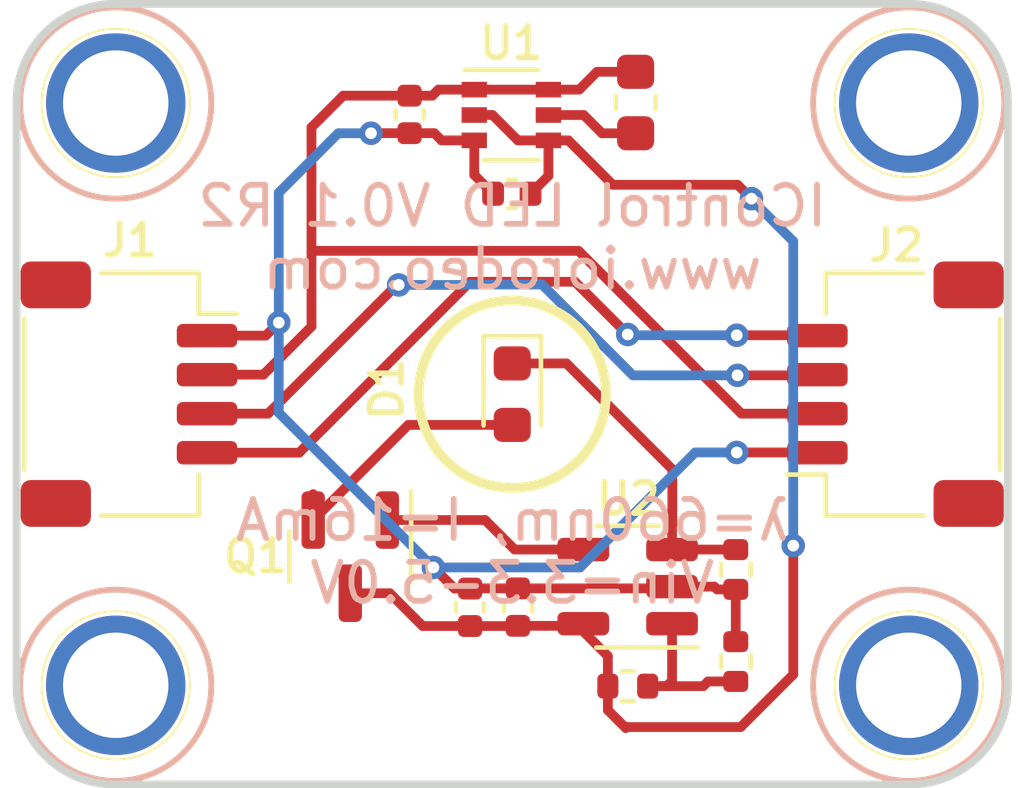
<source format=kicad_pcb>
(kicad_pcb (version 20221018) (generator pcbnew)
  (layers (0 "F.Cu" signal) (31 "B.Cu" signal) (34 "B.Paste" user) (35 "F.Paste" user) (36 "B.SilkS" user "B.Silkscreen") (37 "F.SilkS" user "F.Silkscreen") (38 "B.Mask" user) (39 "F.Mask" user) (44 "Edge.Cuts" user))
  (net 0 "")
  (net 1 "GND")
  (net 2 "/VIN")
  (net 3 "/VL")
  (net 4 "/SCL")
  (net 5 "/SDA")
  (net 6 "/5V")
  (net 7 "Net-(D1-K)")
  (net 8 "Net-(D1-A)")
  (net 9 "Net-(Q1-B)")
  (net 10 "/Vset")
  (footprint "custom_mount_hole:MountingHole_2.5mm_Pad" (layer "F.Cu") (at 52.54 52.54)
    (fp_text reference "M1" hide)
    (fp_text value "MountingHole_2.5mm_Pad" hide)
    (fp_circle (center 0 0) (end 2.45 0) (stroke (width 0.15)) (fill none) (layer "B.SilkS"))
    (fp_circle (center 0 0) (end 1.9 0) (stroke (width 0.05)) (fill none) (layer "F.SilkS"))
    (fp_circle (center 0 0) (end 2.45 0) (stroke (width 0.15)) (fill none) (layer "F.SilkS"))
    (pad "~" thru_hole circle (at 0 0) (size 3.57 3.57) (drill 2.7) (layers "*.Cu" "*.Mask"))
  )
  (footprint "custom_mount_hole:MountingHole_2.5mm_Pad" (layer "F.Cu") (at 72.86 52.54)
    (fp_text reference "M2" hide)
    (fp_text value "MountingHole_2.5mm_Pad" hide)
    (fp_circle (center 0 0) (end 2.45 0) (stroke (width 0.15)) (fill none) (layer "B.SilkS"))
    (fp_circle (center 0 0) (end 1.9 0) (stroke (width 0.05)) (fill none) (layer "F.SilkS"))
    (fp_circle (center 0 0) (end 2.45 0) (stroke (width 0.15)) (fill none) (layer "F.SilkS"))
    (pad "~" thru_hole circle (at 0 0) (size 3.57 3.57) (drill 2.7) (layers "*.Cu" "*.Mask"))
  )
  (footprint "custom_mount_hole:MountingHole_2.5mm_Pad" (layer "F.Cu") (at 72.86 67.46)
    (fp_text reference "M3" hide)
    (fp_text value "MountingHole_2.5mm_Pad" hide)
    (fp_circle (center 0 0) (end 2.45 0) (stroke (width 0.15)) (fill none) (layer "B.SilkS"))
    (fp_circle (center 0 0) (end 1.9 0) (stroke (width 0.05)) (fill none) (layer "F.SilkS"))
    (fp_circle (center 0 0) (end 2.45 0) (stroke (width 0.15)) (fill none) (layer "F.SilkS"))
    (pad "~" thru_hole circle (at 0 0) (size 3.57 3.57) (drill 2.7) (layers "*.Cu" "*.Mask"))
  )
  (footprint "custom_mount_hole:MountingHole_2.5mm_Pad" (layer "F.Cu") (at 52.54 67.46)
    (fp_text reference "M4" hide)
    (fp_text value "MountingHole_2.5mm_Pad" hide)
    (fp_circle (center 0 0) (end 2.45 0) (stroke (width 0.15)) (fill none) (layer "B.SilkS"))
    (fp_circle (center 0 0) (end 1.9 0) (stroke (width 0.05)) (fill none) (layer "F.SilkS"))
    (fp_circle (center 0 0) (end 2.45 0) (stroke (width 0.15)) (fill none) (layer "F.SilkS"))
    (pad "~" thru_hole circle (at 0 0) (size 3.57 3.57) (drill 2.7) (layers "*.Cu" "*.Mask"))
  )
  (footprint "LED_SMD:LED_0603_1608Metric" (layer "F.Cu") (at 62.7 60 -90)
    (fp_text reference "D1" (at -0.1322 3.2132 90) (layer "F.SilkS") (effects (font (size 0.8 0.8))))
    (fp_text value "LED" hide)
    (fp_line (start -1.485 -0.735) (end -1.485 0.735) (stroke (width 0.12)) (layer "F.SilkS"))
    (fp_line (start -1.485 0.735) (end 0.8 0.735) (stroke (width 0.12)) (layer "F.SilkS"))
    (fp_line (start 0.8 -0.735) (end -1.485 -0.735) (stroke (width 0.12)) (layer "F.SilkS"))
    (pad "1" smd roundrect (at -0.7875 0 270) (size 0.875 0.95) (layers "F.Cu" "F.Paste" "F.Mask") (net 7 "Net-(D1-K)"))
    (pad "2" smd roundrect (at 0.7875 0 270) (size 0.875 0.95) (layers "F.Cu" "F.Paste" "F.Mask") (net 8 "Net-(D1-A)"))
  )
  (footprint "JST_SH_SM04B_custom:JST_SH_SM04B-SRSS-TB_1x04-1MP_P1.00mm_Horizontal" (layer "F.Cu") (at 52.88 60 -90)
    (fp_text reference "J1" (at -3.9422 -0.0298) (layer "F.SilkS") (effects (font (size 0.8 0.8))))
    (fp_text value "Conn_01x04" hide)
    (fp_line (start -3.11 -1.785) (end -2.06 -1.785) (stroke (width 0.12)) (layer "F.SilkS"))
    (fp_line (start -3.11 0.715) (end -3.11 -1.785) (stroke (width 0.12)) (layer "F.SilkS"))
    (fp_line (start -2.06 -1.785) (end -2.06 -2.775) (stroke (width 0.12)) (layer "F.SilkS"))
    (fp_line (start -1.94 2.685) (end 1.94 2.685) (stroke (width 0.12)) (layer "F.SilkS"))
    (fp_line (start 3.11 -1.785) (end 2.06 -1.785) (stroke (width 0.12)) (layer "F.SilkS"))
    (fp_line (start 3.11 0.715) (end 3.11 -1.785) (stroke (width 0.12)) (layer "F.SilkS"))
    (pad "1" smd roundrect (at -1.5 -2 270) (size 0.6 1.55) (layers "F.Cu" "F.Paste" "F.Mask") (net 1 "GND"))
    (pad "2" smd roundrect (at -0.5 -2 270) (size 0.6 1.55) (layers "F.Cu" "F.Paste" "F.Mask") (net 2 "/VIN"))
    (pad "3" smd roundrect (at 0.5 -2 270) (size 0.6 1.55) (layers "F.Cu" "F.Paste" "F.Mask") (net 5 "/SDA"))
    (pad "4" smd roundrect (at 1.5 -2 270) (size 0.6 1.55) (layers "F.Cu" "F.Paste" "F.Mask") (net 4 "/SCL"))
    (pad "MP" smd roundrect (at -2.8 1.875 270) (size 1.2 1.8) (layers "F.Cu" "F.Paste" "F.Mask") (roundrect_rratio 0.2083333333))
    (pad "MP" smd roundrect (at 2.8 1.875 270) (size 1.2 1.8) (layers "F.Cu" "F.Paste" "F.Mask") (roundrect_rratio 0.2083333333))
  )
  (footprint "JST_SH_SM04B_custom:JST_SH_SM04B-SRSS-TB_1x04-1MP_P1.00mm_Horizontal" (layer "F.Cu") (at 72.52 60 90)
    (fp_text reference "J2" (at 3.8152 0.0208 180) (layer "F.SilkS") (effects (font (size 0.8 0.8))))
    (fp_text value "Conn_01x04" hide)
    (fp_line (start -3.11 -1.785) (end -2.06 -1.785) (stroke (width 0.12)) (layer "F.SilkS"))
    (fp_line (start -3.11 0.715) (end -3.11 -1.785) (stroke (width 0.12)) (layer "F.SilkS"))
    (fp_line (start -2.06 -1.785) (end -2.06 -2.775) (stroke (width 0.12)) (layer "F.SilkS"))
    (fp_line (start -1.94 2.685) (end 1.94 2.685) (stroke (width 0.12)) (layer "F.SilkS"))
    (fp_line (start 3.11 -1.785) (end 2.06 -1.785) (stroke (width 0.12)) (layer "F.SilkS"))
    (fp_line (start 3.11 0.715) (end 3.11 -1.785) (stroke (width 0.12)) (layer "F.SilkS"))
    (pad "1" smd roundrect (at -1.5 -2 90) (size 0.6 1.55) (layers "F.Cu" "F.Paste" "F.Mask") (net 1 "GND"))
    (pad "2" smd roundrect (at -0.5 -2 90) (size 0.6 1.55) (layers "F.Cu" "F.Paste" "F.Mask") (net 2 "/VIN"))
    (pad "3" smd roundrect (at 0.5 -2 90) (size 0.6 1.55) (layers "F.Cu" "F.Paste" "F.Mask") (net 5 "/SDA"))
    (pad "4" smd roundrect (at 1.5 -2 90) (size 0.6 1.55) (layers "F.Cu" "F.Paste" "F.Mask") (net 4 "/SCL"))
    (pad "MP" smd roundrect (at -2.8 1.875 90) (size 1.2 1.8) (layers "F.Cu" "F.Paste" "F.Mask") (roundrect_rratio 0.2083333333))
    (pad "MP" smd roundrect (at 2.8 1.875 90) (size 1.2 1.8) (layers "F.Cu" "F.Paste" "F.Mask") (roundrect_rratio 0.2083333333))
  )
  (footprint "Resistor_SMD:R_0402_1005Metric" (layer "F.Cu") (at 68.4276 64.4926 -90)
    (fp_text reference "R1" hide)
    (fp_text value "10" hide)
    (fp_line (start -0.153641 -0.38) (end 0.153641 -0.38) (stroke (width 0.12)) (layer "F.SilkS"))
    (fp_line (start -0.153641 0.38) (end 0.153641 0.38) (stroke (width 0.12)) (layer "F.SilkS"))
    (pad "1" smd roundrect (at -0.51 0 270) (size 0.54 0.64) (layers "F.Cu" "F.Paste" "F.Mask") (net 7 "Net-(D1-K)"))
    (pad "2" smd roundrect (at 0.51 0 270) (size 0.54 0.64) (layers "F.Cu" "F.Paste" "F.Mask") (net 1 "GND"))
  )
  (footprint "Package_TO_SOT_SMD:SOT-23-5" (layer "F.Cu") (at 65.6577 64.931 180)
    (fp_text reference "U2" (at -0.0125 2.25) (layer "F.SilkS") (effects (font (size 0.8 0.8) (thickness 0.15) bold)))
    (fp_text value "LMV321")
    (fp_line (start 0 -1.56) (end -1.8 -1.56) (stroke (width 0.12)) (layer "F.SilkS"))
    (fp_line (start 0 -1.56) (end 0.8 -1.56) (stroke (width 0.12)) (layer "F.SilkS"))
    (fp_line (start 0 1.56) (end -0.8 1.56) (stroke (width 0.12)) (layer "F.SilkS"))
    (fp_line (start 0 1.56) (end 0.8 1.56) (stroke (width 0.12)) (layer "F.SilkS"))
    (pad "1" smd roundrect (at -1.1375 -0.95 180) (size 1.325 0.6) (layers "F.Cu" "F.Paste" "F.Mask") (net 10 "/Vset"))
    (pad "2" smd roundrect (at -1.1375 0 180) (size 1.325 0.6) (layers "F.Cu" "F.Paste" "F.Mask") (net 1 "GND"))
    (pad "3" smd roundrect (at -1.1375 0.95 180) (size 1.325 0.6) (layers "F.Cu" "F.Paste" "F.Mask") (net 7 "Net-(D1-K)"))
    (pad "4" smd roundrect (at 1.1375 0.95 180) (size 1.325 0.6) (layers "F.Cu" "F.Paste" "F.Mask") (net 9 "Net-(Q1-B)"))
    (pad "5" smd roundrect (at 1.1375 -0.95 180) (size 1.325 0.6) (layers "F.Cu" "F.Paste" "F.Mask") (net 6 "/5V"))
  )
  (footprint "Capacitor_SMD:C_0402_1005Metric" (layer "F.Cu") (at 62.8452 65.456 90)
    (fp_text reference "C3" hide)
    (fp_text value "0.1uF" hide)
    (fp_line (start -0.107836 -0.36) (end 0.107836 -0.36) (stroke (width 0.12)) (layer "F.SilkS"))
    (fp_line (start -0.107836 0.36) (end 0.107836 0.36) (stroke (width 0.12)) (layer "F.SilkS"))
    (pad "1" smd roundrect (at -0.48 0 90) (size 0.56 0.62) (layers "F.Cu" "F.Paste" "F.Mask") (net 6 "/5V"))
    (pad "2" smd roundrect (at 0.48 0 90) (size 0.56 0.62) (layers "F.Cu" "F.Paste" "F.Mask") (net 1 "GND"))
  )
  (footprint "Resistor_SMD:R_0402_1005Metric" (layer "F.Cu") (at 68.4276 66.8508 90)
    (fp_text reference "R3" hide)
    (fp_text value "1k" hide)
    (fp_line (start -0.153641 -0.38) (end 0.153641 -0.38) (stroke (width 0.12)) (layer "F.SilkS"))
    (fp_line (start -0.153641 0.38) (end 0.153641 0.38) (stroke (width 0.12)) (layer "F.SilkS"))
    (pad "1" smd roundrect (at -0.51 0 90) (size 0.54 0.64) (layers "F.Cu" "F.Paste" "F.Mask") (net 10 "/Vset"))
    (pad "2" smd roundrect (at 0.51 0 90) (size 0.54 0.64) (layers "F.Cu" "F.Paste" "F.Mask") (net 1 "GND"))
  )
  (footprint "Inductor_SMD:L_0603_1608Metric" (layer "F.Cu") (at 65.8622 52.5272 -90)
    (fp_text reference "L1" hide)
    (fp_text value "4.7uF" hide)
    (fp_line (start -0.162779 -0.51) (end 0.162779 -0.51) (stroke (width 0.12)) (layer "F.SilkS"))
    (fp_line (start -0.162779 0.51) (end 0.162779 0.51) (stroke (width 0.12)) (layer "F.SilkS"))
    (pad "1" smd roundrect (at -0.7875 0 270) (size 0.875 0.95) (layers "F.Cu" "F.Paste" "F.Mask") (net 2 "/VIN"))
    (pad "2" smd roundrect (at 0.7875 0 270) (size 0.875 0.95) (layers "F.Cu" "F.Paste" "F.Mask") (net 3 "/VL"))
  )
  (footprint "Resistor_SMD:R_0402_1005Metric" (layer "F.Cu") (at 65.6602 67.481)
    (fp_text reference "R2" hide)
    (fp_text value "30k" hide)
    (fp_line (start -0.153641 -0.38) (end 0.153641 -0.38) (stroke (width 0.12)) (layer "F.SilkS"))
    (fp_line (start -0.153641 0.38) (end 0.153641 0.38) (stroke (width 0.12)) (layer "F.SilkS"))
    (pad "1" smd roundrect (at -0.51 0) (size 0.54 0.64) (layers "F.Cu" "F.Paste" "F.Mask") (net 6 "/5V"))
    (pad "2" smd roundrect (at 0.51 0) (size 0.54 0.64) (layers "F.Cu" "F.Paste" "F.Mask") (net 10 "/Vset"))
  )
  (footprint "Capacitor_SMD:C_0402_1005Metric" (layer "F.Cu") (at 60.071 52.832 90)
    (fp_text reference "C1" hide)
    (fp_text value "10uF" hide)
    (fp_line (start -0.107836 -0.36) (end 0.107836 -0.36) (stroke (width 0.12)) (layer "F.SilkS"))
    (fp_line (start -0.107836 0.36) (end 0.107836 0.36) (stroke (width 0.12)) (layer "F.SilkS"))
    (pad "1" smd roundrect (at -0.48 0 90) (size 0.56 0.62) (layers "F.Cu" "F.Paste" "F.Mask") (net 1 "GND"))
    (pad "2" smd roundrect (at 0.48 0 90) (size 0.56 0.62) (layers "F.Cu" "F.Paste" "F.Mask") (net 2 "/VIN"))
  )
  (footprint "Package_TO_SOT_SMD:SOT-363_SC-70-6" (layer "F.Cu") (at 62.677 52.847)
    (fp_text reference "U1" (at 0 -1.8438) (layer "F.SilkS") (effects (font (size 0.8 0.8))))
    (fp_text value "TPS61222DCK" hide)
    (fp_line (start -0.7 1.16) (end 0.7 1.16) (stroke (width 0.12)) (layer "F.SilkS"))
    (fp_line (start 0.7 -1.16) (end -1.2 -1.16) (stroke (width 0.12)) (layer "F.SilkS"))
    (pad "1" smd rect (at -0.95 -0.65) (size 0.65 0.4) (layers "F.Cu" "F.Paste" "F.Mask") (net 2 "/VIN"))
    (pad "2" smd rect (at -0.95 0) (size 0.65 0.4) (layers "F.Cu" "F.Paste" "F.Mask") (net 6 "/5V"))
    (pad "3" smd rect (at -0.95 0.65) (size 0.65 0.4) (layers "F.Cu" "F.Paste" "F.Mask") (net 1 "GND"))
    (pad "4" smd rect (at 0.95 0.65) (size 0.65 0.4) (layers "F.Cu" "F.Paste" "F.Mask") (net 6 "/5V"))
    (pad "5" smd rect (at 0.95 0) (size 0.65 0.4) (layers "F.Cu" "F.Paste" "F.Mask") (net 3 "/VL"))
    (pad "6" smd rect (at 0.95 -0.65) (size 0.65 0.4) (layers "F.Cu" "F.Paste" "F.Mask") (net 2 "/VIN"))
  )
  (footprint "Capacitor_SMD:C_0402_1005Metric" (layer "F.Cu") (at 61.6202 65.461 90)
    (fp_text reference "C4" hide)
    (fp_text value "10uF" hide)
    (fp_line (start -0.107836 -0.36) (end 0.107836 -0.36) (stroke (width 0.12)) (layer "F.SilkS"))
    (fp_line (start -0.107836 0.36) (end 0.107836 0.36) (stroke (width 0.12)) (layer "F.SilkS"))
    (pad "1" smd roundrect (at -0.48 0 90) (size 0.56 0.62) (layers "F.Cu" "F.Paste" "F.Mask") (net 6 "/5V"))
    (pad "2" smd roundrect (at 0.48 0 90) (size 0.56 0.62) (layers "F.Cu" "F.Paste" "F.Mask") (net 1 "GND"))
  )
  (footprint "Package_TO_SOT_SMD:SOT-23" (layer "F.Cu") (at 58.55 64.1625 -90)
    (fp_text reference "Q1" (at -0.0125 2.425 -180) (layer "F.SilkS") (effects (font (size 0.8 0.8) (thickness 0.15) bold)))
    (fp_text value "MMBT5551L" hide)
    (fp_line (start 0 -1.56) (end -1.675 -1.56) (stroke (width 0.12)) (layer "F.SilkS"))
    (fp_line (start 0 -1.56) (end 0.65 -1.56) (stroke (width 0.12)) (layer "F.SilkS"))
    (fp_line (start 0 1.56) (end -0.65 1.56) (stroke (width 0.12)) (layer "F.SilkS"))
    (fp_line (start 0 1.56) (end 0.65 1.56) (stroke (width 0.12)) (layer "F.SilkS"))
    (pad "1" smd roundrect (at -0.9375 -0.95 270) (size 1.475 0.6) (layers "F.Cu" "F.Paste" "F.Mask") (net 9 "Net-(Q1-B)"))
    (pad "2" smd roundrect (at -0.9375 0.95 270) (size 1.475 0.6) (layers "F.Cu" "F.Paste" "F.Mask") (net 8 "Net-(D1-A)"))
    (pad "3" smd roundrect (at 0.9375 0 270) (size 1.475 0.6) (layers "F.Cu" "F.Paste" "F.Mask") (net 6 "/5V"))
  )
  (footprint "Capacitor_SMD:C_0402_1005Metric" (layer "F.Cu") (at 62.6898 54.864)
    (fp_text reference "C2" hide)
    (fp_text value "10uF" hide)
    (fp_line (start -0.107836 -0.36) (end 0.107836 -0.36) (stroke (width 0.12)) (layer "F.SilkS"))
    (fp_line (start -0.107836 0.36) (end 0.107836 0.36) (stroke (width 0.12)) (layer "F.SilkS"))
    (pad "1" smd roundrect (at -0.48 0) (size 0.56 0.62) (layers "F.Cu" "F.Paste" "F.Mask") (net 1 "GND"))
    (pad "2" smd roundrect (at 0.48 0) (size 0.56 0.62) (layers "F.Cu" "F.Paste" "F.Mask") (net 6 "/5V"))
  )
  (gr_circle (center 62.7 60) (end 65.1 60) (stroke (width 0.25)) (fill none) (layer "F.SilkS"))
  (gr_arc (start 72.9 50) (mid 74.667767 50.732233) (end 75.4 52.5) (stroke (width 0.2)) (layer "Edge.Cuts"))
  (gr_arc (start 52.5 70) (mid 50.732233 69.267767) (end 50 67.5) (stroke (width 0.2)) (layer "Edge.Cuts"))
  (gr_line (start 52.5 50) (end 72.9 50) (stroke (width 0.2)) (layer "Edge.Cuts"))
  (gr_arc (start 50 52.5) (mid 50.732233 50.732233) (end 52.5 50) (stroke (width 0.2)) (layer "Edge.Cuts"))
  (gr_arc (start 75.4 67.5) (mid 74.667767 69.267767) (end 72.9 70) (stroke (width 0.2)) (layer "Edge.Cuts"))
  (gr_line (start 50 52.5) (end 50 67.5) (stroke (width 0.2)) (layer "Edge.Cuts"))
  (gr_line (start 52.5 70) (end 72.9 70) (stroke (width 0.2)) (layer "Edge.Cuts"))
  (gr_line (start 75.4 52.5) (end 75.4 67.5) (stroke (width 0.2)) (layer "Edge.Cuts"))
  (gr_text "IControl LED V0.1 R2\nwww.iorodeo.com\n\n\n\nλ=660nm, I=16mA\nVin=3.3-5.0V" (at 62.7 60.01) (layer "B.SilkS") (effects (font (size 1 1)) (justify mirror)))
  (segment (start 61.2218 64.981) (end 60.6806 64.4398) (width 0.25) (layer "F.Cu") (net 1))
  (segment (start 68.4276 65.0026) (end 68.4276 66.3408) (width 0.25) (layer "F.Cu") (net 1))
  (segment (start 60.071 53.312) (end 60.7034 53.312) (width 0.25) (layer "F.Cu") (net 1))
  (segment (start 60.7034 53.312) (end 60.8884 53.497) (width 0.25) (layer "F.Cu") (net 1))
  (segment (start 62.8452 64.976) (end 61.6252 64.976) (width 0.25) (layer "F.Cu") (net 1))
  (segment (start 68.4276 65.0026) (end 67.949 65.0026) (width 0.25) (layer "F.Cu") (net 1))
  (segment (start 70.3134 61.4934) (end 70.32 61.5) (width 0.25) (layer "F.Cu") (net 1))
  (segment (start 62.8452 64.976) (end 63.9452 64.976) (width 0.25) (layer "F.Cu") (net 1))
  (segment (start 67.949 65.0026) (end 67.8774 64.931) (width 0.25) (layer "F.Cu") (net 1))
  (segment (start 68.453 61.4934) (end 70.4134 61.4934) (width 0.25) (layer "F.Cu") (net 1))
  (segment (start 59.083 53.312) (end 59.0804 53.3146) (width 0.25) (layer "F.Cu") (net 1))
  (segment (start 56.3842 58.5) (end 54.98 58.5) (width 0.25) (layer "F.Cu") (net 1))
  (segment (start 70.4134 61.4934) (end 70.42 61.5) (width 0.25) (layer "F.Cu") (net 1))
  (segment (start 56.3842 58.5) (end 56.7182 58.166) (width 0.25) (layer "F.Cu") (net 1))
  (segment (start 70.7684 61.4934) (end 70.775 61.5) (width 0.25) (layer "F.Cu") (net 1))
  (segment (start 70.3634 61.4934) (end 70.37 61.5) (width 0.25) (layer "F.Cu") (net 1))
  (segment (start 61.727 54.3812) (end 62.2098 54.864) (width 0.25) (layer "F.Cu") (net 1))
  (segment (start 61.6202 64.981) (end 61.2218 64.981) (width 0.25) (layer "F.Cu") (net 1))
  (segment (start 66.7502 64.976) (end 66.7952 64.931) (width 0.25) (layer "F.Cu") (net 1))
  (segment (start 60.8884 53.497) (end 61.727 53.497) (width 0.25) (layer "F.Cu") (net 1))
  (segment (start 67.8774 64.931) (end 66.7952 64.931) (width 0.25) (layer "F.Cu") (net 1))
  (segment (start 60.071 53.312) (end 59.083 53.312) (width 0.25) (layer "F.Cu") (net 1))
  (segment (start 61.727 53.497) (end 61.727 54.3812) (width 0.25) (layer "F.Cu") (net 1))
  (segment (start 63.9452 64.976) (end 66.7502 64.976) (width 0.25) (layer "F.Cu") (net 1))
  (segment (start 61.6252 64.976) (end 61.6202 64.981) (width 0.25) (layer "F.Cu") (net 1))
  (via (at 60.6806 64.4398) (size 0.6) (drill 0.3) (layers "F.Cu" "B.Cu") (net 1))
  (via (at 56.7182 58.166) (size 0.6) (drill 0.3) (layers "F.Cu" "B.Cu") (net 1))
  (via (at 59.0804 53.3146) (size 0.6) (drill 0.3) (layers "F.Cu" "B.Cu") (net 1))
  (via (at 68.453 61.4934) (size 0.6) (drill 0.3) (layers "F.Cu" "B.Cu") (net 1))
  (segment (start 67.3862 61.4934) (end 68.453 61.4934) (width 0.25) (layer "B.Cu") (net 1))
  (segment (start 56.7182 54.8386) (end 58.2422 53.3146) (width 0.25) (layer "B.Cu") (net 1))
  (segment (start 60.6806 64.4398) (end 64.4398 64.4398) (width 0.25) (layer "B.Cu") (net 1))
  (segment (start 64.4398 64.4398) (end 67.3862 61.4934) (width 0.25) (layer "B.Cu") (net 1))
  (segment (start 56.7182 60.4774) (end 60.6806 64.4398) (width 0.25) (layer "B.Cu") (net 1))
  (segment (start 58.2422 53.3146) (end 59.0804 53.3146) (width 0.25) (layer "B.Cu") (net 1))
  (segment (start 56.7182 58.166) (end 56.7182 54.8386) (width 0.25) (layer "B.Cu") (net 1))
  (segment (start 56.7182 58.166) (end 56.7182 60.4774) (width 0.25) (layer "B.Cu") (net 1))
  (segment (start 60.6526 52.352) (end 60.8076 52.197) (width 0.25) (layer "F.Cu") (net 2))
  (segment (start 60.071 52.352) (end 60.6526 52.352) (width 0.25) (layer "F.Cu") (net 2))
  (segment (start 57.5564 53.1622) (end 58.3666 52.352) (width 0.25) (layer "F.Cu") (net 2))
  (segment (start 56.324 59.5) (end 57.5564 58.2676) (width 0.25) (layer "F.Cu") (net 2))
  (segment (start 64.8717 51.7397) (end 65.8622 51.7397) (width 0.25) (layer "F.Cu") (net 2))
  (segment (start 64.4144 52.197) (end 64.8717 51.7397) (width 0.25) (layer "F.Cu") (net 2))
  (segment (start 57.5564 56.3372) (end 57.5564 53.1622) (width 0.25) (layer "F.Cu") (net 2))
  (segment (start 57.5661 56.3275) (end 64.399584 56.3275) (width 0.25) (layer "F.Cu") (net 2))
  (segment (start 57.5564 58.2676) (end 57.5564 56.3372) (width 0.25) (layer "F.Cu") (net 2))
  (segment (start 63.627 52.197) (end 64.4144 52.197) (width 0.25) (layer "F.Cu") (net 2))
  (segment (start 57.5564 56.3372) (end 57.5661 56.3275) (width 0.25) (layer "F.Cu") (net 2))
  (segment (start 56.324 59.5) (end 54.98 59.5) (width 0.25) (layer "F.Cu") (net 2))
  (segment (start 58.3666 52.352) (end 60.071 52.352) (width 0.25) (layer "F.Cu") (net 2))
  (segment (start 64.399584 56.3275) (end 68.572084 60.5) (width 0.25) (layer "F.Cu") (net 2))
  (segment (start 68.572084 60.5) (end 70.42 60.5) (width 0.25) (layer "F.Cu") (net 2))
  (segment (start 61.727 52.197) (end 63.627 52.197) (width 0.25) (layer "F.Cu") (net 2))
  (segment (start 60.8076 52.197) (end 61.727 52.197) (width 0.25) (layer "F.Cu") (net 2))
  (segment (start 64.531 52.847) (end 63.627 52.847) (width 0.25) (layer "F.Cu") (net 3))
  (segment (start 65.8622 53.3147) (end 64.9987 53.3147) (width 0.25) (layer "F.Cu") (net 3))
  (segment (start 64.9987 53.3147) (end 64.531 52.847) (width 0.25) (layer "F.Cu") (net 3))
  (segment (start 57.24 61.5) (end 54.98 61.5) (width 0.25) (layer "F.Cu") (net 4))
  (segment (start 61.62 57.12) (end 57.24 61.5) (width 0.25) (layer "F.Cu") (net 4))
  (segment (start 68.453 58.49) (end 70.41 58.49) (width 0.25) (layer "F.Cu") (net 4))
  (segment (start 70.36 58.49) (end 70.37 58.5) (width 0.25) (layer "F.Cu") (net 4))
  (segment (start 70.41 58.49) (end 70.42 58.5) (width 0.25) (layer "F.Cu") (net 4))
  (segment (start 65.659 58.4708) (end 64.3082 57.12) (width 0.25) (layer "F.Cu") (net 4))
  (segment (start 70.31 58.49) (end 70.32 58.5) (width 0.25) (layer "F.Cu") (net 4))
  (segment (start 64.3082 57.12) (end 61.62 57.12) (width 0.25) (layer "F.Cu") (net 4))
  (via (at 68.453 58.49) (size 0.6) (drill 0.3) (layers "F.Cu" "B.Cu") (net 4))
  (via (at 65.659 58.4708) (size 0.6) (drill 0.3) (layers "F.Cu" "B.Cu") (net 4))
  (segment (start 68.453 58.49) (end 65.6782 58.49) (width 0.25) (layer "B.Cu") (net 4))
  (segment (start 65.6782 58.49) (end 65.659 58.4708) (width 0.25) (layer "B.Cu") (net 4))
  (segment (start 59.7916 57.2008) (end 59.7408 57.2008) (width 0.25) (layer "F.Cu") (net 5))
  (segment (start 68.472931 59.517669) (end 70.402331 59.517669) (width 0.25) (layer "F.Cu") (net 5))
  (segment (start 68.472931 59.517669) (end 68.4906 59.5) (width 0.25) (layer "F.Cu") (net 5))
  (segment (start 70.402331 59.517669) (end 70.42 59.5) (width 0.25) (layer "F.Cu") (net 5))
  (segment (start 59.7408 57.2008) (end 56.4416 60.5) (width 0.25) (layer "F.Cu") (net 5))
  (segment (start 56.4416 60.5) (end 54.98 60.5) (width 0.25) (layer "F.Cu") (net 5))
  (segment (start 68.472931 59.517669) (end 68.455262 59.5) (width 0.25) (layer "F.Cu") (net 5))
  (segment (start 70.352331 59.517669) (end 70.37 59.5) (width 0.25) (layer "F.Cu") (net 5))
  (via (at 59.7916 57.2008) (size 0.6) (drill 0.3) (layers "F.Cu" "B.Cu") (net 5))
  (via (at 68.472931 59.517669) (size 0.6) (drill 0.3) (layers "F.Cu" "B.Cu") (net 5))
  (segment (start 61.4492 57.2008) (end 59.7916 57.2008) (width 0.25) (layer "B.Cu") (net 5))
  (segment (start 68.472931 59.517669) (end 65.791469 59.517669) (width 0.25) (layer "B.Cu") (net 5))
  (segment (start 65.791469 59.517669) (end 63.4638 57.19) (width 0.25) (layer "B.Cu") (net 5))
  (segment (start 61.46 57.19) (end 61.4492 57.2008) (width 0.25) (layer "B.Cu") (net 5))
  (segment (start 63.4638 57.19) (end 61.46 57.19) (width 0.25) (layer "B.Cu") (net 5))
  (segment (start 63.627 54.4068) (end 63.1698 54.864) (width 0.25) (layer "F.Cu") (net 6))
  (segment (start 64.5202 65.881) (end 64.5202 66.081) (width 0.25) (layer "F.Cu") (net 6))
  (segment (start 62.8402 65.941) (end 62.8452 65.936) (width 0.25) (layer "F.Cu") (net 6))
  (segment (start 63.5452 65.936) (end 64.4652 65.936) (width 0.25) (layer "F.Cu") (net 6))
  (segment (start 61.6202 65.941) (end 60.4038 65.941) (width 0.25) (layer "F.Cu") (net 6))
  (segment (start 65.6082 68.5546) (end 65.1502 68.0966) (width 0.25) (layer "F.Cu") (net 6))
  (segment (start 58.55 65.1) (end 58.55 65.5858) (width 0.25) (layer "F.Cu") (net 6))
  (segment (start 62.8452 65.936) (end 63.5452 65.936) (width 0.25) (layer "F.Cu") (net 6))
  (segment (start 61.727 52.847) (end 62.1942 52.847) (width 0.25) (layer "F.Cu") (net 6))
  (segment (start 68.5546 68.5292) (end 65.6336 68.5292) (width 0.25) (layer "F.Cu") (net 6))
  (segment (start 65.1502 66.711) (end 65.1502 67.481) (width 0.25) (layer "F.Cu") (net 6))
  (segment (start 68.4754 54.6354) (end 68.83 54.99) (width 0.25) (layer "F.Cu") (net 6))
  (segment (start 63.627 53.497) (end 64.1396 53.497) (width 0.25) (layer "F.Cu") (net 6))
  (segment (start 65.278 54.6354) (end 68.4754 54.6354) (width 0.25) (layer "F.Cu") (net 6))
  (segment (start 62.1942 52.847) (end 62.8442 53.497) (width 0.25) (layer "F.Cu") (net 6))
  (segment (start 64.5202 66.081) (end 65.1502 66.711) (width 0.25) (layer "F.Cu") (net 6))
  (segment (start 61.6202 65.941) (end 62.8402 65.941) (width 0.25) (layer "F.Cu") (net 6))
  (segment (start 59.5628 65.1) (end 58.55 65.1) (width 0.25) (layer "F.Cu") (net 6))
  (segment (start 65.6336 68.5292) (end 65.6082 68.5546) (width 0.25) (layer "F.Cu") (net 6))
  (segment (start 63.627 53.497) (end 63.627 54.4068) (width 0.25) (layer "F.Cu") (net 6))
  (segment (start 64.1396 53.497) (end 65.278 54.6354) (width 0.25) (layer "F.Cu") (net 6))
  (segment (start 69.9008 67.183) (end 68.5546 68.5292) (width 0.25) (layer "F.Cu") (net 6))
  (segment (start 60.4038 65.941) (end 59.5628 65.1) (width 0.25) (layer "F.Cu") (net 6))
  (segment (start 69.9008 63.881) (end 69.9008 67.183) (width 0.25) (layer "F.Cu") (net 6))
  (segment (start 62.8442 53.497) (end 63.627 53.497) (width 0.25) (layer "F.Cu") (net 6))
  (segment (start 65.1502 68.0966) (end 65.1502 67.481) (width 0.25) (layer "F.Cu") (net 6))
  (segment (start 64.4652 65.936) (end 64.5202 65.881) (width 0.25) (layer "F.Cu") (net 6))
  (via (at 69.9008 63.881) (size 0.6) (drill 0.3) (layers "F.Cu" "B.Cu") (net 6))
  (via (at 68.83 54.99) (size 0.6) (drill 0.3) (layers "F.Cu" "B.Cu") (net 6))
  (segment (start 69.9008 56.0832) (end 68.83 55.0124) (width 0.25) (layer "B.Cu") (net 6))
  (segment (start 68.83 55.0124) (end 68.83 54.99) (width 0.25) (layer "B.Cu") (net 6))
  (segment (start 69.9008 63.881) (end 69.9008 56.0832) (width 0.25) (layer "B.Cu") (net 6))
  (segment (start 68.426 63.981) (end 68.4276 63.9826) (width 0.25) (layer "F.Cu") (net 7))
  (segment (start 66.802 61.9252) (end 66.802 63.3476) (width 0.25) (layer "F.Cu") (net 7))
  (segment (start 62.7 59.2125) (end 64.0893 59.2125) (width 0.25) (layer "F.Cu") (net 7))
  (segment (start 66.7952 63.981) (end 68.426 63.981) (width 0.25) (layer "F.Cu") (net 7))
  (segment (start 64.0893 59.2125) (end 66.802 61.9252) (width 0.25) (layer "F.Cu") (net 7))
  (segment (start 66.7952 63.3544) (end 66.7952 63.981) (width 0.25) (layer "F.Cu") (net 7))
  (segment (start 66.802 63.3476) (end 66.7952 63.3544) (width 0.25) (layer "F.Cu") (net 7))
  (segment (start 60.0375 60.7875) (end 62.7 60.7875) (width 0.25) (layer "F.Cu") (net 8))
  (segment (start 57.6 63.225) (end 57.6 62.56) (width 0.25) (layer "F.Cu") (net 8))
  (segment (start 57.6 63.225) (end 60.0375 60.7875) (width 0.25) (layer "F.Cu") (net 8))
  (segment (start 62.0058 63.225) (end 59.5 63.225) (width 0.25) (layer "F.Cu") (net 9))
  (segment (start 59.545 63.18) (end 59.5 63.225) (width 0.25) (layer "F.Cu") (net 9))
  (segment (start 64.5202 63.981) (end 62.7618 63.981) (width 0.25) (layer "F.Cu") (net 9))
  (segment (start 62.7618 63.981) (end 62.0058 63.225) (width 0.25) (layer "F.Cu") (net 9))
  (segment (start 66.7952 67.346) (end 66.6602 67.481) (width 0.25) (layer "F.Cu") (net 10))
  (segment (start 67.7164 67.3608) (end 68.4276 67.3608) (width 0.25) (layer "F.Cu") (net 10))
  (segment (start 66.7952 65.881) (end 66.7952 67.196) (width 0.25) (layer "F.Cu") (net 10))
  (segment (start 66.5226 67.481) (end 67.5962 67.481) (width 0.25) (layer "F.Cu") (net 10))
  (segment (start 66.5226 67.481) (end 66.1702 67.481) (width 0.25) (layer "F.Cu") (net 10))
  (segment (start 66.7952 67.196) (end 66.7952 67.346) (width 0.25) (layer "F.Cu") (net 10))
  (segment (start 66.6602 67.481) (end 66.5226 67.481) (width 0.25) (layer "F.Cu") (net 10))
  (segment (start 67.5962 67.481) (end 67.7164 67.3608) (width 0.25) (layer "F.Cu") (net 10))
)
</source>
